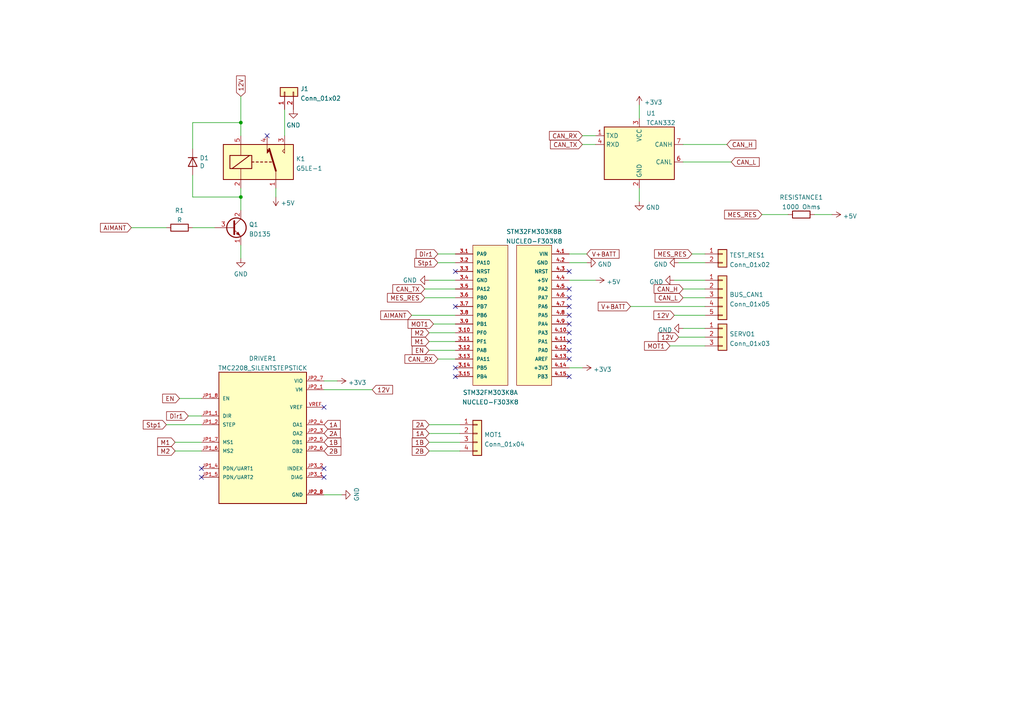
<source format=kicad_sch>
(kicad_sch (version 20211123) (generator eeschema)
  (paper "A4")
  (lib_symbols
    (symbol "Connector_Generic:Conn_01x02" (pin_names (offset 1.016) hide)
      (property "Reference" "J" (at 0 2.54 0))
      (property "Value" "Conn_01x02" (at 0 -5.08 0))
      (symbol "Conn_01x02_1_1"
        (rectangle (start -1.27 -2.413) (end 0 -2.667) (stroke (width 0.1524)))
        (rectangle (start -1.27 0.127) (end 0 -0.127) (stroke (width 0.1524)))
        (rectangle (start -1.27 1.27) (end 1.27 -3.81) (stroke (width 0.254)) (fill (type background)))
        (pin passive line (at -5.08 0 0) (length 3.81) (name "Pin_1") (number "1"))
        (pin passive line (at -5.08 -2.54 0) (length 3.81) (name "Pin_2") (number "2"))
      )
    )
    (symbol "Connector_Generic:Conn_01x03" (pin_names (offset 1.016) hide)
      (property "Reference" "J" (at 0 5.08 0))
      (property "Value" "Conn_01x03" (at 0 -5.08 0))
      (symbol "Conn_01x03_1_1"
        (rectangle (start -1.27 -2.413) (end 0 -2.667) (stroke (width 0.1524)))
        (rectangle (start -1.27 0.127) (end 0 -0.127) (stroke (width 0.1524)))
        (rectangle (start -1.27 2.667) (end 0 2.413) (stroke (width 0.1524)))
        (rectangle (start -1.27 3.81) (end 1.27 -3.81) (stroke (width 0.254)) (fill (type background)))
        (pin passive line (at -5.08 2.54 0) (length 3.81) (name "Pin_1") (number "1"))
        (pin passive line (at -5.08 0 0) (length 3.81) (name "Pin_2") (number "2"))
        (pin passive line (at -5.08 -2.54 0) (length 3.81) (name "Pin_3") (number "3"))
      )
    )
    (symbol "Connector_Generic:Conn_01x04" (pin_names (offset 1.016) hide)
      (property "Reference" "J" (at 0 5.08 0))
      (property "Value" "Conn_01x04" (at 0 -7.62 0))
      (symbol "Conn_01x04_1_1"
        (rectangle (start -1.27 -4.953) (end 0 -5.207) (stroke (width 0.1524)))
        (rectangle (start -1.27 -2.413) (end 0 -2.667) (stroke (width 0.1524)))
        (rectangle (start -1.27 0.127) (end 0 -0.127) (stroke (width 0.1524)))
        (rectangle (start -1.27 2.667) (end 0 2.413) (stroke (width 0.1524)))
        (rectangle (start -1.27 3.81) (end 1.27 -6.35) (stroke (width 0.254)) (fill (type background)))
        (pin passive line (at -5.08 2.54 0) (length 3.81) (name "Pin_1") (number "1"))
        (pin passive line (at -5.08 0 0) (length 3.81) (name "Pin_2") (number "2"))
        (pin passive line (at -5.08 -2.54 0) (length 3.81) (name "Pin_3") (number "3"))
        (pin passive line (at -5.08 -5.08 0) (length 3.81) (name "Pin_4") (number "4"))
      )
    )
    (symbol "Connector_Generic:Conn_01x05" (pin_names (offset 1.016) hide)
      (property "Reference" "J" (at 0 7.62 0))
      (property "Value" "Conn_01x05" (at 0 -7.62 0))
      (symbol "Conn_01x05_1_1"
        (rectangle (start -1.27 -4.953) (end 0 -5.207) (stroke (width 0.1524)))
        (rectangle (start -1.27 -2.413) (end 0 -2.667) (stroke (width 0.1524)))
        (rectangle (start -1.27 0.127) (end 0 -0.127) (stroke (width 0.1524)))
        (rectangle (start -1.27 2.667) (end 0 2.413) (stroke (width 0.1524)))
        (rectangle (start -1.27 5.207) (end 0 4.953) (stroke (width 0.1524)))
        (rectangle (start -1.27 6.35) (end 1.27 -6.35) (stroke (width 0.254)) (fill (type background)))
        (pin passive line (at -5.08 5.08 0) (length 3.81) (name "Pin_1") (number "1"))
        (pin passive line (at -5.08 2.54 0) (length 3.81) (name "Pin_2") (number "2"))
        (pin passive line (at -5.08 0 0) (length 3.81) (name "Pin_3") (number "3"))
        (pin passive line (at -5.08 -2.54 0) (length 3.81) (name "Pin_4") (number "4"))
        (pin passive line (at -5.08 -5.08 0) (length 3.81) (name "Pin_5") (number "5"))
      )
    )
    (symbol "Device:D" (pin_numbers hide) (pin_names (offset 1.016) hide)
      (property "Reference" "D" (at 0 2.54 0))
      (property "Value" "D" (at 0 -2.54 0))
      (symbol "D_0_1"
        (polyline (pts (xy -1.27 1.27) (xy -1.27 -1.27)) (stroke (width 0.254)))
        (polyline (pts (xy 1.27 0) (xy -1.27 0)))
        (polyline (pts (xy 1.27 1.27) (xy 1.27 -1.27) (xy -1.27 0) (xy 1.27 1.27)) (stroke (width 0.254)))
      )
      (symbol "D_1_1"
        (pin passive line (at -3.81 0 0) (length 2.54) (name "K") (number "1"))
        (pin passive line (at 3.81 0 180) (length 2.54) (name "A") (number "2"))
      )
    )
    (symbol "Device:R" (pin_numbers hide) (pin_names (offset 0))
      (property "Reference" "R" (at 2.032 0 90))
      (property "Value" "R" (at 0 0 90))
      (symbol "R_0_1"
        (rectangle (start -1.016 -2.54) (end 1.016 2.54) (stroke (width 0.254)))
      )
      (symbol "R_1_1"
        (pin passive line (at 0 3.81 270) (length 1.27) (name "~") (number "1"))
        (pin passive line (at 0 -3.81 90) (length 1.27) (name "~") (number "2"))
      )
    )
    (symbol "Interface_CAN_LIN:TCAN332"
      (property "Reference" "U" (at -10.16 8.89 0))
      (property "Value" "TCAN332" (at 2.54 8.89 0))
      (symbol "TCAN332_0_1"
        (rectangle (start -10.16 7.62) (end 10.16 -7.62) (stroke (width 0.254)) (fill (type background)))
      )
      (symbol "TCAN332_1_1"
        (pin input line (at -12.7 5.08 0) (length 2.54) (name "TXD") (number "1"))
        (pin power_in line (at 0 -10.16 90) (length 2.54) (name "GND") (number "2"))
        (pin power_in line (at 0 10.16 270) (length 2.54) (name "VCC") (number "3"))
        (pin tri_state line (at -12.7 2.54 0) (length 2.54) (name "RXD") (number "4"))
        (pin no_connect line (at -10.16 -2.54 0) (length 2.54) hide (name "NC") (number "5"))
        (pin bidirectional line (at 12.7 -2.54 180) (length 2.54) (name "CANL") (number "6"))
        (pin bidirectional line (at 12.7 2.54 180) (length 2.54) (name "CANH") (number "7"))
        (pin no_connect line (at -10.16 -5.08 0) (length 2.54) hide (name "NC") (number "8"))
      )
    )
    (symbol "NUCLEO-F303K8:NUCLEO-F303K8" (pin_names (offset 1.016))
      (property "Reference" "A" (at -5.08 20.8534 0))
      (property "Value" "NUCLEO-F303K8" (at -5.08 -22.6314 0))
      (symbol "NUCLEO-F303K8_1_0"
        (rectangle (start -5.08 -20.32) (end 5.08 20.32) (stroke (width 0.1524)) (fill (type background)))
        (pin bidirectional line (at 10.16 17.78 180) (length 5.08) (name "PA9") (number "3.1"))
        (pin bidirectional line (at 10.16 -5.08 180) (length 5.08) (name "PF0") (number "3.10"))
        (pin bidirectional line (at 10.16 -7.62 180) (length 5.08) (name "PF1") (number "3.11"))
        (pin bidirectional line (at 10.16 -10.16 180) (length 5.08) (name "PA8") (number "3.12"))
        (pin bidirectional line (at 10.16 -12.7 180) (length 5.08) (name "PA11") (number "3.13"))
        (pin bidirectional line (at 10.16 -15.24 180) (length 5.08) (name "PB5") (number "3.14"))
        (pin bidirectional line (at 10.16 -17.78 180) (length 5.08) (name "PB4") (number "3.15"))
        (pin bidirectional line (at 10.16 15.24 180) (length 5.08) (name "PA10") (number "3.2"))
        (pin bidirectional line (at 10.16 12.7 180) (length 5.08) (name "NRST") (number "3.3"))
        (pin bidirectional line (at 10.16 10.16 180) (length 5.08) (name "GND") (number "3.4"))
        (pin bidirectional line (at 10.16 7.62 180) (length 5.08) (name "PA12") (number "3.5"))
        (pin bidirectional line (at 10.16 5.08 180) (length 5.08) (name "PB0") (number "3.6"))
        (pin bidirectional line (at 10.16 2.54 180) (length 5.08) (name "PB7") (number "3.7"))
        (pin bidirectional line (at 10.16 0 180) (length 5.08) (name "PB6") (number "3.8"))
        (pin bidirectional line (at 10.16 -2.54 180) (length 5.08) (name "PB1") (number "3.9"))
      )
      (symbol "NUCLEO-F303K8_2_0"
        (rectangle (start -5.08 -20.32) (end 5.08 20.32) (stroke (width 0.1524)) (fill (type background)))
        (pin bidirectional line (at 10.16 17.78 180) (length 5.08) (name "VIN") (number "4.1"))
        (pin bidirectional line (at 10.16 -5.08 180) (length 5.08) (name "PA3") (number "4.10"))
        (pin bidirectional line (at 10.16 -7.62 180) (length 5.08) (name "PA1") (number "4.11"))
        (pin bidirectional line (at 10.16 -10.16 180) (length 5.08) (name "PA0") (number "4.12"))
        (pin bidirectional line (at 10.16 -12.7 180) (length 5.08) (name "AREF") (number "4.13"))
        (pin bidirectional line (at 10.16 -15.24 180) (length 5.08) (name "+3V3") (number "4.14"))
        (pin bidirectional line (at 10.16 -17.78 180) (length 5.08) (name "PB3") (number "4.15"))
        (pin bidirectional line (at 10.16 15.24 180) (length 5.08) (name "GND") (number "4.2"))
        (pin bidirectional line (at 10.16 12.7 180) (length 5.08) (name "NRST") (number "4.3"))
        (pin bidirectional line (at 10.16 10.16 180) (length 5.08) (name "+5V") (number "4.4"))
        (pin bidirectional line (at 10.16 7.62 180) (length 5.08) (name "PA2") (number "4.5"))
        (pin bidirectional line (at 10.16 5.08 180) (length 5.08) (name "PA7") (number "4.6"))
        (pin bidirectional line (at 10.16 2.54 180) (length 5.08) (name "PA6") (number "4.7"))
        (pin bidirectional line (at 10.16 0 180) (length 5.08) (name "PA5") (number "4.8"))
        (pin bidirectional line (at 10.16 -2.54 180) (length 5.08) (name "PA4") (number "4.9"))
      )
    )
    (symbol "Relay:G5LE-1"
      (property "Reference" "K" (at 11.43 3.81 0))
      (property "Value" "G5LE-1" (at 11.43 1.27 0))
      (symbol "G5LE-1_0_0"
        (polyline (pts (xy 7.62 5.08) (xy 7.62 2.54) (xy 6.985 3.175) (xy 7.62 3.81)))
      )
      (symbol "G5LE-1_0_1"
        (rectangle (start -10.16 5.08) (end 10.16 -5.08) (stroke (width 0.254)) (fill (type background)))
        (rectangle (start -8.255 1.905) (end -1.905 -1.905) (stroke (width 0.254)))
        (polyline (pts (xy -7.62 -1.905) (xy -2.54 1.905)) (stroke (width 0.254)))
        (polyline (pts (xy -5.08 -5.08) (xy -5.08 -1.905)))
        (polyline (pts (xy -5.08 5.08) (xy -5.08 1.905)))
        (polyline (pts (xy -1.905 0) (xy -1.27 0)) (stroke (width 0.254)))
        (polyline (pts (xy -0.635 0) (xy 0 0)) (stroke (width 0.254)))
        (polyline (pts (xy 0.635 0) (xy 1.27 0)) (stroke (width 0.254)))
        (polyline (pts (xy 1.905 0) (xy 2.54 0)) (stroke (width 0.254)))
        (polyline (pts (xy 3.175 0) (xy 3.81 0)) (stroke (width 0.254)))
        (polyline (pts (xy 5.08 -2.54) (xy 3.175 3.81)) (stroke (width 0.508)))
        (polyline (pts (xy 5.08 -2.54) (xy 5.08 -5.08)))
        (polyline (pts (xy 2.54 5.08) (xy 2.54 2.54) (xy 3.175 3.175) (xy 2.54 3.81)) (fill (type outline)))
      )
      (symbol "G5LE-1_1_1"
        (pin passive line (at 5.08 -7.62 90) (length 2.54) (name "~") (number "1"))
        (pin passive line (at -5.08 -7.62 90) (length 2.54) (name "~") (number "2"))
        (pin passive line (at 7.62 7.62 270) (length 2.54) (name "~") (number "3"))
        (pin passive line (at 2.54 7.62 270) (length 2.54) (name "~") (number "4"))
        (pin passive line (at -5.08 7.62 270) (length 2.54) (name "~") (number "5"))
      )
    )
    (symbol "TMC2208_SILENTSTEPSTICK:TMC2208_SILENTSTEPSTICK" (pin_names (offset 1.016))
      (property "Reference" "U" (at -12.7 19.05 0))
      (property "Value" "TMC2208_SILENTSTEPSTICK" (at -12.7 -22.86 0))
      (symbol "TMC2208_SILENTSTEPSTICK_0_0"
        (rectangle (start -12.7 -20.32) (end 12.7 17.78) (stroke (width 0.254)) (fill (type background)))
        (pin input line (at -17.78 5.08 0) (length 5.08) (name "DIR") (number "JP1_1"))
        (pin input line (at -17.78 2.54 0) (length 5.08) (name "STEP") (number "JP1_2"))
        (pin bidirectional line (at -17.78 -10.16 0) (length 5.08) (name "PDN/UART1") (number "JP1_4"))
        (pin bidirectional line (at -17.78 -12.7 0) (length 5.08) (name "PDN/UART2") (number "JP1_5"))
        (pin input line (at -17.78 -5.08 0) (length 5.08) (name "MS2") (number "JP1_6"))
        (pin input line (at -17.78 -2.54 0) (length 5.08) (name "MS1") (number "JP1_7"))
        (pin input line (at -17.78 10.16 0) (length 5.08) (name "EN") (number "JP1_8"))
        (pin power_in line (at 17.78 12.7 180) (length 5.08) (name "VM") (number "JP2_1"))
        (pin power_in line (at 17.78 -17.78 180) (length 5.08) (name "GND") (number "JP2_2"))
        (pin passive line (at 17.78 0 180) (length 5.08) (name "OA2") (number "JP2_3"))
        (pin passive line (at 17.78 2.54 180) (length 5.08) (name "OA1") (number "JP2_4"))
        (pin passive line (at 17.78 -2.54 180) (length 5.08) (name "OB1") (number "JP2_5"))
        (pin passive line (at 17.78 -5.08 180) (length 5.08) (name "OB2") (number "JP2_6"))
        (pin power_in line (at 17.78 15.24 180) (length 5.08) (name "VIO") (number "JP2_7"))
        (pin power_in line (at 17.78 -17.78 180) (length 5.08) (name "GND") (number "JP2_8"))
        (pin output line (at 17.78 -12.7 180) (length 5.08) (name "DIAG") (number "JP3_1"))
        (pin output line (at 17.78 -10.16 180) (length 5.08) (name "INDEX") (number "JP3_2"))
        (pin passive line (at 17.78 7.62 180) (length 5.08) (name "VREF") (number "VREF"))
      )
    )
    (symbol "Transistor_BJT:BD135" (pin_names (offset 0) hide)
      (property "Reference" "Q" (at 5.08 1.905 0))
      (property "Value" "BD135" (at 5.08 0 0))
      (symbol "BD135_0_1"
        (polyline (pts (xy 0 0) (xy 0.635 0)))
        (polyline (pts (xy 2.54 -2.54) (xy 0.635 -0.635)))
        (polyline (pts (xy 2.54 2.54) (xy 0.635 0.635)))
        (polyline (pts (xy 0.635 1.905) (xy 0.635 -1.905) (xy 0.635 -1.905)) (stroke (width 0.508)) (fill (type outline)))
        (polyline (pts (xy 1.2446 -1.778) (xy 1.7526 -1.27) (xy 2.286 -2.286) (xy 1.2446 -1.778) (xy 1.2446 -1.778)) (fill (type outline)))
        (circle (center 1.27 0) (radius 2.8194) (stroke (width 0.3048)))
      )
      (symbol "BD135_1_1"
        (pin passive line (at 2.54 -5.08 90) (length 2.54) (name "E") (number "1"))
        (pin passive line (at 2.54 5.08 270) (length 2.54) (name "C") (number "2"))
        (pin input line (at -5.08 0 0) (length 5.08) (name "B") (number "3"))
      )
    )
    (symbol "power:+3.3V" (power) (pin_names (offset 0))
      (property "Value" "+3.3V" (at 0 3.556 0))
      (symbol "+3.3V_0_1"
        (polyline (pts (xy -0.762 1.27) (xy 0 2.54)))
        (polyline (pts (xy 0 0) (xy 0 2.54)))
        (polyline (pts (xy 0 2.54) (xy 0.762 1.27)))
      )
      (symbol "+3.3V_1_1"
        (pin power_in line (at 0 0 90) (length 0) hide (name "+3V3") (number "1"))
      )
    )
    (symbol "power:+5V" (power) (pin_names (offset 0))
      (property "Value" "+5V" (at 0 3.556 0))
      (symbol "+5V_0_1"
        (polyline (pts (xy -0.762 1.27) (xy 0 2.54)))
        (polyline (pts (xy 0 0) (xy 0 2.54)))
        (polyline (pts (xy 0 2.54) (xy 0.762 1.27)))
      )
      (symbol "+5V_1_1"
        (pin power_in line (at 0 0 90) (length 0) hide (name "+5V") (number "1"))
      )
    )
    (symbol "power:GND" (power) (pin_names (offset 0))
      (property "Value" "GND" (at 0 -3.81 0))
      (symbol "GND_0_1"
        (polyline (pts (xy 0 0) (xy 0 -1.27) (xy 1.27 -1.27) (xy 0 -2.54) (xy -1.27 -1.27) (xy 0 -1.27)))
      )
      (symbol "GND_1_1"
        (pin power_in line (at 0 0 270) (length 0) hide (name "GND") (number "1"))
      )
    )
  )
  (junction (at 69.85 35.56))
  (junction (at 69.85 57.15))
  (no_connect (at 165.1 83.82))
  (no_connect (at 165.1 86.36))
  (no_connect (at 77.47 39.37))
  (no_connect (at 132.08 78.74))
  (no_connect (at 132.08 88.9))
  (no_connect (at 132.08 106.68))
  (no_connect (at 132.08 109.22))
  (no_connect (at 58.42 135.89))
  (no_connect (at 93.98 135.89))
  (no_connect (at 93.98 138.43))
  (no_connect (at 93.98 118.11))
  (no_connect (at 165.1 88.9))
  (no_connect (at 165.1 91.44))
  (no_connect (at 165.1 93.98))
  (no_connect (at 165.1 96.52))
  (no_connect (at 165.1 99.06))
  (no_connect (at 165.1 101.6))
  (no_connect (at 165.1 78.74))
  (no_connect (at 165.1 104.14))
  (no_connect (at 165.1 109.22))
  (no_connect (at 58.42 138.43))
  (wire (pts (xy 168.91 41.91) (xy 172.72 41.91)))
  (wire (pts (xy 127 73.66) (xy 132.08 73.66)))
  (wire (pts (xy 124.46 96.52) (xy 132.08 96.52)))
  (wire (pts (xy 198.12 83.82) (xy 204.47 83.82)))
  (wire (pts (xy 124.46 125.73) (xy 133.35 125.73)))
  (wire (pts (xy 127 104.14) (xy 132.08 104.14)))
  (wire (pts (xy 69.85 54.61) (xy 69.85 57.15)))
  (wire (pts (xy 236.22 62.23) (xy 241.3 62.23)))
  (wire (pts (xy 55.88 35.56) (xy 69.85 35.56)))
  (wire (pts (xy 165.1 73.66) (xy 170.18 73.66)))
  (wire (pts (xy 69.85 57.15) (xy 69.85 60.96)))
  (wire (pts (xy 196.85 97.79) (xy 204.47 97.79)))
  (wire (pts (xy 123.19 86.36) (xy 132.08 86.36)))
  (wire (pts (xy 119.38 91.44) (xy 132.08 91.44)))
  (wire (pts (xy 165.1 106.68) (xy 168.91 106.68)))
  (wire (pts (xy 124.46 101.6) (xy 132.08 101.6)))
  (wire (pts (xy 165.1 81.28) (xy 172.72 81.28)))
  (wire (pts (xy 185.42 30.48) (xy 185.42 34.29)))
  (wire (pts (xy 123.19 83.82) (xy 132.08 83.82)))
  (wire (pts (xy 52.07 115.57) (xy 58.42 115.57)))
  (wire (pts (xy 82.55 31.75) (xy 82.55 39.37)))
  (wire (pts (xy 38.1 66.04) (xy 48.26 66.04)))
  (wire (pts (xy 125.73 93.98) (xy 132.08 93.98)))
  (wire (pts (xy 182.88 88.9) (xy 204.47 88.9)))
  (wire (pts (xy 93.98 143.51) (xy 99.06 143.51)))
  (wire (pts (xy 168.91 39.37) (xy 172.72 39.37)))
  (wire (pts (xy 200.66 73.66) (xy 204.47 73.66)))
  (wire (pts (xy 185.42 54.61) (xy 185.42 58.42)))
  (wire (pts (xy 55.88 50.8) (xy 55.88 57.15)))
  (wire (pts (xy 220.98 62.23) (xy 228.6 62.23)))
  (wire (pts (xy 198.12 95.25) (xy 204.47 95.25)))
  (wire (pts (xy 195.58 91.44) (xy 204.47 91.44)))
  (wire (pts (xy 69.85 71.12) (xy 69.85 74.93)))
  (wire (pts (xy 124.46 99.06) (xy 132.08 99.06)))
  (wire (pts (xy 198.12 41.91) (xy 210.82 41.91)))
  (wire (pts (xy 80.01 54.61) (xy 80.01 57.15)))
  (wire (pts (xy 50.8 130.81) (xy 58.42 130.81)))
  (wire (pts (xy 54.61 120.65) (xy 58.42 120.65)))
  (wire (pts (xy 124.46 130.81) (xy 133.35 130.81)))
  (wire (pts (xy 55.88 57.15) (xy 69.85 57.15)))
  (wire (pts (xy 69.85 35.56) (xy 69.85 39.37)))
  (wire (pts (xy 198.12 86.36) (xy 204.47 86.36)))
  (wire (pts (xy 55.88 66.04) (xy 62.23 66.04)))
  (wire (pts (xy 55.88 43.18) (xy 55.88 35.56)))
  (wire (pts (xy 124.46 128.27) (xy 133.35 128.27)))
  (wire (pts (xy 124.46 123.19) (xy 133.35 123.19)))
  (wire (pts (xy 50.8 128.27) (xy 58.42 128.27)))
  (wire (pts (xy 198.12 46.99) (xy 212.09 46.99)))
  (wire (pts (xy 165.1 76.2) (xy 170.18 76.2)))
  (wire (pts (xy 194.31 100.33) (xy 204.47 100.33)))
  (wire (pts (xy 93.98 113.03) (xy 107.95 113.03)))
  (wire (pts (xy 127 76.2) (xy 132.08 76.2)))
  (wire (pts (xy 195.58 81.28) (xy 204.47 81.28)))
  (wire (pts (xy 124.46 81.28) (xy 132.08 81.28)))
  (wire (pts (xy 196.85 76.2) (xy 204.47 76.2)))
  (wire (pts (xy 93.98 110.49) (xy 97.79 110.49)))
  (wire (pts (xy 48.26 123.19) (xy 58.42 123.19)))
  (wire (pts (xy 69.85 27.94) (xy 69.85 35.56)))
  (global_label "2A" (shape input) (at 124.46 123.19 180) (property "Intersheet References" "${INTERSHEET_REFS}" (effects hide)))
  (global_label "1B" (shape input) (at 93.98 128.27 0) (property "Intersheet References" "${INTERSHEET_REFS}" (effects hide)))
  (global_label "MOT1" (shape input) (at 194.31 100.33 180) (property "Intersheet References" "${INTERSHEET_REFS}" (effects hide)))
  (global_label "2B" (shape input) (at 93.98 130.81 0) (property "Intersheet References" "${INTERSHEET_REFS}" (effects hide)))
  (global_label "Stp1" (shape input) (at 48.26 123.19 180) (property "Intersheet References" "${INTERSHEET_REFS}" (effects hide)))
  (global_label "12V" (shape input) (at 196.85 97.79 180) (property "Intersheet References" "${INTERSHEET_REFS}" (effects hide)))
  (global_label "Dir1" (shape input) (at 127 73.66 180) (property "Intersheet References" "${INTERSHEET_REFS}" (effects hide)))
  (global_label "MES_RES" (shape input) (at 200.66 73.66 180) (property "Intersheet References" "${INTERSHEET_REFS}" (effects hide)))
  (global_label "CAN_L" (shape input) (at 212.09 46.99 0) (property "Intersheet References" "${INTERSHEET_REFS}" (effects hide)))
  (global_label "M2" (shape input) (at 124.46 96.52 180) (property "Intersheet References" "${INTERSHEET_REFS}" (effects hide)))
  (global_label "CAN_RX" (shape input) (at 127 104.14 180) (property "Intersheet References" "${INTERSHEET_REFS}" (effects hide)))
  (global_label "CAN_TX" (shape input) (at 168.91 41.91 180) (property "Intersheet References" "${INTERSHEET_REFS}" (effects hide)))
  (global_label "AIMANT" (shape input) (at 38.1 66.04 180) (property "Intersheet References" "${INTERSHEET_REFS}" (effects hide)))
  (global_label "2B" (shape input) (at 124.46 130.81 180) (property "Intersheet References" "${INTERSHEET_REFS}" (effects hide)))
  (global_label "M1" (shape input) (at 124.46 99.06 180) (property "Intersheet References" "${INTERSHEET_REFS}" (effects hide)))
  (global_label "CAN_L" (shape input) (at 198.12 86.36 180) (property "Intersheet References" "${INTERSHEET_REFS}" (effects hide)))
  (global_label "CAN_TX" (shape input) (at 123.19 83.82 180) (property "Intersheet References" "${INTERSHEET_REFS}" (effects hide)))
  (global_label "CAN_H" (shape input) (at 198.12 83.82 180) (property "Intersheet References" "${INTERSHEET_REFS}" (effects hide)))
  (global_label "12V" (shape input) (at 195.58 91.44 180) (property "Intersheet References" "${INTERSHEET_REFS}" (effects hide)))
  (global_label "EN" (shape input) (at 52.07 115.57 180) (property "Intersheet References" "${INTERSHEET_REFS}" (effects hide)))
  (global_label "Stp1" (shape input) (at 127 76.2 180) (property "Intersheet References" "${INTERSHEET_REFS}" (effects hide)))
  (global_label "1B" (shape input) (at 124.46 128.27 180) (property "Intersheet References" "${INTERSHEET_REFS}" (effects hide)))
  (global_label "2A" (shape input) (at 93.98 125.73 0) (property "Intersheet References" "${INTERSHEET_REFS}" (effects hide)))
  (global_label "M2" (shape input) (at 50.8 130.81 180) (property "Intersheet References" "${INTERSHEET_REFS}" (effects hide)))
  (global_label "V+BATT" (shape input) (at 170.18 73.66 0) (property "Intersheet References" "${INTERSHEET_REFS}" (effects hide)))
  (global_label "MOT1" (shape input) (at 125.73 93.98 180) (property "Intersheet References" "${INTERSHEET_REFS}" (effects hide)))
  (global_label "CAN_RX" (shape input) (at 168.91 39.37 180) (property "Intersheet References" "${INTERSHEET_REFS}" (effects hide)))
  (global_label "MES_RES" (shape input) (at 123.19 86.36 180) (property "Intersheet References" "${INTERSHEET_REFS}" (effects hide)))
  (global_label "M1" (shape input) (at 50.8 128.27 180) (property "Intersheet References" "${INTERSHEET_REFS}" (effects hide)))
  (global_label "Dir1" (shape input) (at 54.61 120.65 180) (property "Intersheet References" "${INTERSHEET_REFS}" (effects hide)))
  (global_label "CAN_H" (shape input) (at 210.82 41.91 0) (property "Intersheet References" "${INTERSHEET_REFS}" (effects hide)))
  (global_label "AIMANT" (shape input) (at 119.38 91.44 180) (property "Intersheet References" "${INTERSHEET_REFS}" (effects hide)))
  (global_label "V+BATT" (shape input) (at 182.88 88.9 180) (property "Intersheet References" "${INTERSHEET_REFS}" (effects hide)))
  (global_label "12V" (shape input) (at 107.95 113.03 0) (property "Intersheet References" "${INTERSHEET_REFS}" (effects hide)))
  (global_label "1A" (shape input) (at 124.46 125.73 180) (property "Intersheet References" "${INTERSHEET_REFS}" (effects hide)))
  (global_label "EN" (shape input) (at 124.46 101.6 180) (property "Intersheet References" "${INTERSHEET_REFS}" (effects hide)))
  (global_label "12V" (shape input) (at 69.85 27.94 90) (property "Intersheet References" "${INTERSHEET_REFS}" (effects hide)))
  (global_label "MES_RES" (shape input) (at 220.98 62.23 180) (property "Intersheet References" "${INTERSHEET_REFS}" (effects hide)))
  (global_label "1A" (shape input) (at 93.98 123.19 0) (property "Intersheet References" "${INTERSHEET_REFS}" (effects hide)))
  (symbol (lib_id "Interface_CAN_LIN:TCAN332") (at 185.42 44.45 0) (unit 1)
    (property "Reference" "U1" (at 187.4394 32.8635 0) (effects (justify left)))
    (property "Value" "TCAN332" (at 187.4394 35.6386 0) (effects (justify left)))
    (property "Footprint" "empreinte:SO-8_S" (effects hide))
    (property "Datasheet" "http://www.ti.com/lit/ds/symlink/tcan337.pdf" (effects hide))
  )
  (symbol (lib_id "power:GND") (at 69.85 74.93 0) (unit 1)
    (property "Reference" "#PWR0112" (effects hide))
    (property "Value" "GND" (at 69.85 79.4925 0))
  )
  (symbol (lib_id "power:+5V") (at 80.01 57.15 180) (unit 1)
    (property "Reference" "#PWR0115" (effects hide))
    (property "Value" "+5V" (at 81.407 58.899 0) (effects (justify right)))
  )
  (symbol (lib_id "Connector_Generic:Conn_01x02") (at 209.55 73.66 0) (unit 1)
    (property "Reference" "TEST_RES1" (at 211.582 74.0215 0) (effects (justify left)))
    (property "Value" "Conn_01x02" (at 211.582 76.7966 0) (effects (justify left)))
    (property "Footprint" "Connector_PinSocket_2.54mm:PinSocket_1x02_P2.54mm_Vertical" (effects hide))
  )
  (symbol (lib_id "power:GND") (at 195.58 81.28 270) (unit 1)
    (property "Reference" "#PWR0108" (effects hide))
    (property "Value" "GND" (at 192.4051 81.759 90) (effects (justify right)))
  )
  (symbol (lib_id "NUCLEO-F303K8:NUCLEO-F303K8") (at 154.94 91.44 0) (unit 2)
    (property "Reference" "STM32FM303K8" (at 154.94 67.2043 0))
    (property "Value" "NUCLEO-F303K8" (at 154.94 69.9794 0))
    (property "Footprint" "MODULE_NUCLEO-F303K8" (effects hide))
    (property "MANUFACTURER" "ST Microelectronics" (effects hide))
    (property "STANDARD" "Manufacturer rEcommendation" (effects hide))
    (property "PARTREV" "3" (effects hide))
  )
  (symbol (lib_id "Device:R") (at 52.07 66.04 270) (unit 1)
    (property "Reference" "R1" (at 52.07 61.0575 90))
    (property "Value" "R" (at 52.07 63.8326 90))
    (property "Footprint" "Resistor_THT:R_Axial_DIN0207_L6.3mm_D2.5mm_P10.16mm_Horizontal" (effects hide))
  )
  (symbol (lib_id "Relay:G5LE-1") (at 74.93 46.99 0) (unit 1)
    (property "Reference" "K1" (at 85.852 46.0815 0) (effects (justify left)))
    (property "Value" "G5LE-1" (at 85.852 48.8566 0) (effects (justify left)))
    (property "Footprint" "Relay_THT:Relay_SPDT_Omron-G5LE-1" (effects hide))
    (property "Datasheet" "http://www.omron.com/ecb/products/pdf/en-g5le.pdf" (effects hide))
  )
  (symbol (lib_id "power:+3.3V") (at 185.42 30.48 0) (unit 1)
    (property "Reference" "#PWR0109" (effects hide))
    (property "Value" "+3.3V" (at 186.817 29.689 0) (effects (justify left)))
  )
  (symbol (lib_id "Connector_Generic:Conn_01x02") (at 82.55 26.67 90) (unit 1)
    (property "Reference" "J1" (at 87.122 25.7615 90) (effects (justify right)))
    (property "Value" "Conn_01x02" (at 87.122 28.5366 90) (effects (justify right)))
    (property "Footprint" "Connector_JST:JST_PH_B2B-PH-K_1x02_P2.00mm_Vertical" (effects hide))
  )
  (symbol (lib_id "NUCLEO-F303K8:NUCLEO-F303K8") (at 142.24 91.44 0) (mirror y) (unit 1)
    (property "Reference" "STM32FM303K8" (at 142.24 113.8587 0))
    (property "Value" "NUCLEO-F303K8" (at 142.24 116.6338 0))
    (property "Footprint" "MODULE_NUCLEO-F303K8" (effects hide))
    (property "MANUFACTURER" "ST Microelectronics" (effects hide))
    (property "STANDARD" "Manufacturer rEcommendation" (effects hide))
    (property "PARTREV" "3" (effects hide))
  )
  (symbol (lib_id "Transistor_BJT:BD135") (at 67.31 66.04 0) (unit 1)
    (property "Reference" "Q1" (at 72.1868 65.1315 0) (effects (justify left)))
    (property "Value" "BD135" (at 72.1868 67.9066 0) (effects (justify left)))
    (property "Footprint" "Package_TO_SOT_THT:TO-126-3_Vertical" (effects hide))
    (property "Datasheet" "http://www.st.com/internet/com/TECHNICAL_RESOURCES/TECHNICAL_LITERATURE/DATASHEET/CD00001225.pdf" (effects hide))
  )
  (symbol (lib_id "power:GND") (at 196.85 76.2 270) (unit 1)
    (property "Reference" "#PWR0102" (effects hide))
    (property "Value" "GND" (at 193.6751 76.679 90) (effects (justify right)))
  )
  (symbol (lib_id "Connector_Generic:Conn_01x04") (at 138.43 125.73 0) (unit 1)
    (property "Reference" "MOT1" (at 140.462 126.0915 0) (effects (justify left)))
    (property "Value" "Conn_01x04" (at 140.462 128.8666 0) (effects (justify left)))
    (property "Footprint" "Connector_PinSocket_2.54mm:PinSocket_1x04_P2.54mm_Vertical" (effects hide))
  )
  (symbol (lib_id "TMC2208_SILENTSTEPSTICK:TMC2208_SILENTSTEPSTICK") (at 76.2 125.73 0) (unit 1)
    (property "Reference" "DRIVER1" (at 76.2 103.9835 0))
    (property "Value" "TMC2208_SILENTSTEPSTICK" (at 76.2 106.7586 0))
    (property "Footprint" "MODULE_TMC2208_SILENTSTEPSTICK" (effects hide))
    (property "MANUFACTURER" "Trinamic Motion" (effects hide))
  )
  (symbol (lib_id "power:GND") (at 124.46 81.28 270) (mirror x) (unit 1)
    (property "Reference" "#PWR0110" (effects hide))
    (property "Value" "GND" (at 116.84 81.28 90) (effects (justify left)))
  )
  (symbol (lib_id "power:GND") (at 85.09 31.75 0) (unit 1)
    (property "Reference" "#PWR0114" (effects hide))
    (property "Value" "GND" (at 85.09 36.3125 0))
  )
  (symbol (lib_id "power:+5V") (at 172.72 81.28 270) (unit 1)
    (property "Reference" "#PWR0106" (effects hide))
    (property "Value" "+5V" (at 175.895 81.759 90) (effects (justify left)))
  )
  (symbol (lib_id "power:+3.3V") (at 97.79 110.49 270) (unit 1)
    (property "Reference" "#PWR0111" (effects hide))
    (property "Value" "+3.3V" (at 100.965 110.969 90) (effects (justify left)))
  )
  (symbol (lib_id "power:GND") (at 99.06 143.51 90) (unit 1)
    (property "Reference" "#PWR0113" (effects hide))
    (property "Value" "GND" (at 103.4542 143.383 0))
  )
  (symbol (lib_id "Connector_Generic:Conn_01x03") (at 209.55 97.79 0) (unit 1)
    (property "Reference" "SERVO1" (at 211.582 96.8815 0) (effects (justify left)))
    (property "Value" "Conn_01x03" (at 211.582 99.6566 0) (effects (justify left)))
    (property "Footprint" "Connector_JST:JST_PH_B3B-PH-K_1x03_P2.00mm_Vertical" (effects hide))
  )
  (symbol (lib_id "power:GND") (at 185.42 58.42 0) (unit 1)
    (property "Reference" "#PWR0107" (effects hide))
    (property "Value" "GND" (at 187.325 60.169 0) (effects (justify left)))
  )
  (symbol (lib_id "Device:D") (at 55.88 46.99 270) (unit 1)
    (property "Reference" "D1" (at 57.912 45.8216 90) (effects (justify left)))
    (property "Value" "D" (at 57.912 48.133 90) (effects (justify left)))
    (property "Footprint" "Diode_THT:D_DO-15_P12.70mm_Horizontal" (effects hide))
  )
  (symbol (lib_id "power:GND") (at 198.12 95.25 270) (unit 1)
    (property "Reference" "#PWR0103" (effects hide))
    (property "Value" "GND" (at 194.9451 95.729 90) (effects (justify right)))
  )
  (symbol (lib_id "Device:R") (at 232.41 62.23 270) (unit 1)
    (property "Reference" "RESISTANCE1" (at 232.41 57.2475 90))
    (property "Value" "1000 Ohms" (at 232.41 60.0226 90))
    (property "Footprint" "Resistor_THT:R_Axial_DIN0207_L6.3mm_D2.5mm_P15.24mm_Horizontal" (effects hide))
  )
  (symbol (lib_id "power:+3.3V") (at 168.91 106.68 270) (unit 1)
    (property "Reference" "#PWR0104" (effects hide))
    (property "Value" "+3.3V" (at 172.085 107.159 90) (effects (justify left)))
  )
  (symbol (lib_id "power:GND") (at 170.18 76.2 90) (unit 1)
    (property "Reference" "#PWR0105" (effects hide))
    (property "Value" "GND" (at 173.355 76.679 90) (effects (justify right)))
  )
  (symbol (lib_id "power:+5V") (at 241.3 62.23 270) (unit 1)
    (property "Reference" "#PWR0101" (effects hide))
    (property "Value" "+5V" (at 244.475 62.709 90) (effects (justify left)))
  )
  (symbol (lib_id "Connector_Generic:Conn_01x05") (at 209.55 86.36 0) (unit 1)
    (property "Reference" "BUS_CAN1" (at 211.582 85.4515 0) (effects (justify left)))
    (property "Value" "Conn_01x05" (at 211.582 88.2266 0) (effects (justify left)))
    (property "Footprint" "Connector_JST:JST_PH_B5B-PH-K_1x05_P2.00mm_Vertical" (effects hide))
  )
)
</source>
